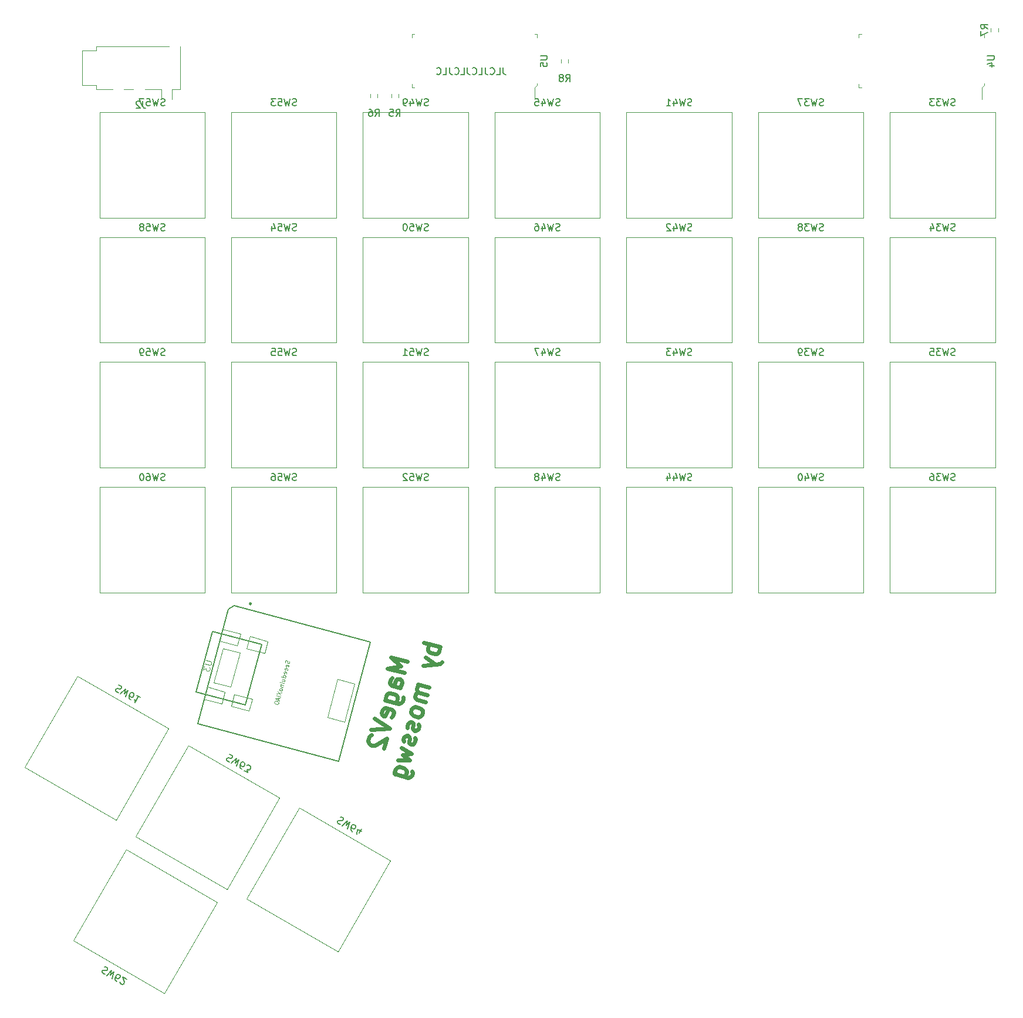
<source format=gbr>
%TF.GenerationSoftware,KiCad,Pcbnew,(6.0.11)*%
%TF.CreationDate,2023-05-24T14:48:24-07:00*%
%TF.ProjectId,keeb,6b656562-2e6b-4696-9361-645f70636258,rev?*%
%TF.SameCoordinates,Original*%
%TF.FileFunction,Legend,Bot*%
%TF.FilePolarity,Positive*%
%FSLAX46Y46*%
G04 Gerber Fmt 4.6, Leading zero omitted, Abs format (unit mm)*
G04 Created by KiCad (PCBNEW (6.0.11)) date 2023-05-24 14:48:24*
%MOMM*%
%LPD*%
G01*
G04 APERTURE LIST*
%ADD10C,0.600000*%
%ADD11C,0.150000*%
%ADD12C,0.101600*%
%ADD13C,0.076200*%
%ADD14C,0.120000*%
%ADD15C,0.100000*%
%ADD16C,0.127000*%
%ADD17C,0.066040*%
%ADD18C,0.254000*%
G04 APERTURE END LIST*
D10*
X125812326Y-126562315D02*
X123397512Y-125915268D01*
X124906697Y-127182383D01*
X122966147Y-127525144D01*
X125380961Y-128172192D01*
X124795537Y-130357024D02*
X123530634Y-130018094D01*
X123331464Y-129841479D01*
X123278096Y-129580685D01*
X123401343Y-129120721D01*
X123577958Y-128921550D01*
X124680546Y-130326212D02*
X124857161Y-130127042D01*
X125011220Y-129552086D01*
X124957852Y-129291292D01*
X124758682Y-129114677D01*
X124528699Y-129053053D01*
X124267905Y-129106421D01*
X124091290Y-129305591D01*
X123937231Y-129880547D01*
X123760617Y-130079718D01*
X122600237Y-132110491D02*
X124555087Y-132634292D01*
X124815881Y-132580924D01*
X124961684Y-132496745D01*
X125138299Y-132297574D01*
X125230734Y-131952601D01*
X125177366Y-131691806D01*
X124095122Y-132511044D02*
X124271737Y-132311874D01*
X124394984Y-131851909D01*
X124341616Y-131591115D01*
X124257437Y-131445312D01*
X124058266Y-131268697D01*
X123368319Y-131083827D01*
X123107525Y-131137194D01*
X122961722Y-131221374D01*
X122785108Y-131420544D01*
X122661860Y-131880509D01*
X122715228Y-132141303D01*
X123540510Y-134580885D02*
X123717125Y-134381715D01*
X123840372Y-133921750D01*
X123787004Y-133660956D01*
X123587834Y-133484341D01*
X122667904Y-133237847D01*
X122407110Y-133291215D01*
X122230495Y-133490385D01*
X122107248Y-133950350D01*
X122160616Y-134211144D01*
X122359786Y-134387759D01*
X122589769Y-134449382D01*
X123127869Y-133361094D01*
X121025004Y-134769588D02*
X123224136Y-136221574D01*
X120593639Y-136379464D01*
X120638750Y-137131035D02*
X120492947Y-137215214D01*
X120316333Y-137414385D01*
X120162274Y-137989341D01*
X120215641Y-138250135D01*
X120299821Y-138395938D01*
X120498991Y-138572552D01*
X120728974Y-138634176D01*
X121104759Y-138611620D01*
X122854394Y-137601468D01*
X122453841Y-139096353D01*
X130547502Y-124441805D02*
X128132687Y-123794758D01*
X129052616Y-124041252D02*
X128876002Y-124240422D01*
X128752754Y-124700387D01*
X128806122Y-124961181D01*
X128890301Y-125106984D01*
X129089472Y-125283599D01*
X129779419Y-125468470D01*
X130040213Y-125415102D01*
X130186016Y-125330923D01*
X130362631Y-125131752D01*
X130485878Y-124671788D01*
X130432510Y-124410993D01*
X128413825Y-125965290D02*
X129869642Y-126971611D01*
X128105707Y-127115202D02*
X129869642Y-126971611D01*
X130506222Y-126895688D01*
X130652025Y-126811508D01*
X130828639Y-126612338D01*
X128976100Y-130306355D02*
X127366224Y-129874990D01*
X127596206Y-129936613D02*
X127450403Y-130020793D01*
X127273788Y-130219963D01*
X127181353Y-130564937D01*
X127234721Y-130825731D01*
X127433891Y-131002346D01*
X128698794Y-131341275D01*
X127433891Y-131002346D02*
X127173097Y-131055713D01*
X126996482Y-131254884D01*
X126904047Y-131599857D01*
X126957415Y-131860651D01*
X127156585Y-132037266D01*
X128421488Y-132376196D01*
X128020935Y-133871081D02*
X127967567Y-133610287D01*
X127883388Y-133464484D01*
X127684217Y-133287869D01*
X126994270Y-133102999D01*
X126733476Y-133156366D01*
X126587673Y-133240545D01*
X126411058Y-133439716D01*
X126318623Y-133784690D01*
X126371991Y-134045484D01*
X126456170Y-134191287D01*
X126655340Y-134367901D01*
X127345288Y-134552772D01*
X127606082Y-134499405D01*
X127751885Y-134415225D01*
X127928499Y-134216055D01*
X128020935Y-133871081D01*
X127443767Y-135565137D02*
X127497134Y-135825931D01*
X127373887Y-136285896D01*
X127197272Y-136485066D01*
X126936478Y-136538434D01*
X126821487Y-136507622D01*
X126622317Y-136331007D01*
X126568949Y-136070213D01*
X126661384Y-135725240D01*
X126608017Y-135464445D01*
X126408846Y-135287831D01*
X126293855Y-135257019D01*
X126033061Y-135310387D01*
X125856446Y-135509557D01*
X125764011Y-135854531D01*
X125817378Y-136115325D01*
X126919966Y-137519987D02*
X126973334Y-137780781D01*
X126850087Y-138240746D01*
X126673472Y-138439916D01*
X126412678Y-138493284D01*
X126297687Y-138462472D01*
X126098516Y-138285857D01*
X126045148Y-138025063D01*
X126137584Y-137680090D01*
X126084216Y-137419295D01*
X125885046Y-137242681D01*
X125770055Y-137211869D01*
X125509260Y-137265236D01*
X125332646Y-137464407D01*
X125240210Y-137809380D01*
X125293578Y-138070175D01*
X124932092Y-138959292D02*
X126418722Y-139850622D01*
X125145563Y-140002469D01*
X126172227Y-140770551D01*
X124439104Y-140799151D01*
X123915303Y-142754001D02*
X125870153Y-143277801D01*
X126130947Y-143224434D01*
X126276750Y-143140254D01*
X126453365Y-142941084D01*
X126545800Y-142596110D01*
X126492433Y-142335316D01*
X125410188Y-143154554D02*
X125586803Y-142955384D01*
X125710050Y-142495419D01*
X125656683Y-142234625D01*
X125572503Y-142088822D01*
X125373333Y-141912207D01*
X124683386Y-141727336D01*
X124422592Y-141780704D01*
X124276789Y-141864883D01*
X124100174Y-142064054D01*
X123976927Y-142524018D01*
X124030294Y-142784813D01*
D11*
X139619047Y-40952380D02*
X139619047Y-41666666D01*
X139666666Y-41809523D01*
X139761904Y-41904761D01*
X139904761Y-41952380D01*
X140000000Y-41952380D01*
X138666666Y-41952380D02*
X139142857Y-41952380D01*
X139142857Y-40952380D01*
X137761904Y-41857142D02*
X137809523Y-41904761D01*
X137952380Y-41952380D01*
X138047619Y-41952380D01*
X138190476Y-41904761D01*
X138285714Y-41809523D01*
X138333333Y-41714285D01*
X138380952Y-41523809D01*
X138380952Y-41380952D01*
X138333333Y-41190476D01*
X138285714Y-41095238D01*
X138190476Y-41000000D01*
X138047619Y-40952380D01*
X137952380Y-40952380D01*
X137809523Y-41000000D01*
X137761904Y-41047619D01*
X137047619Y-40952380D02*
X137047619Y-41666666D01*
X137095238Y-41809523D01*
X137190476Y-41904761D01*
X137333333Y-41952380D01*
X137428571Y-41952380D01*
X136095238Y-41952380D02*
X136571428Y-41952380D01*
X136571428Y-40952380D01*
X135190476Y-41857142D02*
X135238095Y-41904761D01*
X135380952Y-41952380D01*
X135476190Y-41952380D01*
X135619047Y-41904761D01*
X135714285Y-41809523D01*
X135761904Y-41714285D01*
X135809523Y-41523809D01*
X135809523Y-41380952D01*
X135761904Y-41190476D01*
X135714285Y-41095238D01*
X135619047Y-41000000D01*
X135476190Y-40952380D01*
X135380952Y-40952380D01*
X135238095Y-41000000D01*
X135190476Y-41047619D01*
X134476190Y-40952380D02*
X134476190Y-41666666D01*
X134523809Y-41809523D01*
X134619047Y-41904761D01*
X134761904Y-41952380D01*
X134857142Y-41952380D01*
X133523809Y-41952380D02*
X134000000Y-41952380D01*
X134000000Y-40952380D01*
X132619047Y-41857142D02*
X132666666Y-41904761D01*
X132809523Y-41952380D01*
X132904761Y-41952380D01*
X133047619Y-41904761D01*
X133142857Y-41809523D01*
X133190476Y-41714285D01*
X133238095Y-41523809D01*
X133238095Y-41380952D01*
X133190476Y-41190476D01*
X133142857Y-41095238D01*
X133047619Y-41000000D01*
X132904761Y-40952380D01*
X132809523Y-40952380D01*
X132666666Y-41000000D01*
X132619047Y-41047619D01*
X131904761Y-40952380D02*
X131904761Y-41666666D01*
X131952380Y-41809523D01*
X132047619Y-41904761D01*
X132190476Y-41952380D01*
X132285714Y-41952380D01*
X130952380Y-41952380D02*
X131428571Y-41952380D01*
X131428571Y-40952380D01*
X130047619Y-41857142D02*
X130095238Y-41904761D01*
X130238095Y-41952380D01*
X130333333Y-41952380D01*
X130476190Y-41904761D01*
X130571428Y-41809523D01*
X130619047Y-41714285D01*
X130666666Y-41523809D01*
X130666666Y-41380952D01*
X130619047Y-41190476D01*
X130571428Y-41095238D01*
X130476190Y-41000000D01*
X130333333Y-40952380D01*
X130238095Y-40952380D01*
X130095238Y-41000000D01*
X130047619Y-41047619D01*
%TO.C,SW38*%
X185809523Y-64404761D02*
X185666666Y-64452380D01*
X185428571Y-64452380D01*
X185333333Y-64404761D01*
X185285714Y-64357142D01*
X185238095Y-64261904D01*
X185238095Y-64166666D01*
X185285714Y-64071428D01*
X185333333Y-64023809D01*
X185428571Y-63976190D01*
X185619047Y-63928571D01*
X185714285Y-63880952D01*
X185761904Y-63833333D01*
X185809523Y-63738095D01*
X185809523Y-63642857D01*
X185761904Y-63547619D01*
X185714285Y-63500000D01*
X185619047Y-63452380D01*
X185380952Y-63452380D01*
X185238095Y-63500000D01*
X184904761Y-63452380D02*
X184666666Y-64452380D01*
X184476190Y-63738095D01*
X184285714Y-64452380D01*
X184047619Y-63452380D01*
X183761904Y-63452380D02*
X183142857Y-63452380D01*
X183476190Y-63833333D01*
X183333333Y-63833333D01*
X183238095Y-63880952D01*
X183190476Y-63928571D01*
X183142857Y-64023809D01*
X183142857Y-64261904D01*
X183190476Y-64357142D01*
X183238095Y-64404761D01*
X183333333Y-64452380D01*
X183619047Y-64452380D01*
X183714285Y-64404761D01*
X183761904Y-64357142D01*
X182571428Y-63880952D02*
X182666666Y-63833333D01*
X182714285Y-63785714D01*
X182761904Y-63690476D01*
X182761904Y-63642857D01*
X182714285Y-63547619D01*
X182666666Y-63500000D01*
X182571428Y-63452380D01*
X182380952Y-63452380D01*
X182285714Y-63500000D01*
X182238095Y-63547619D01*
X182190476Y-63642857D01*
X182190476Y-63690476D01*
X182238095Y-63785714D01*
X182285714Y-63833333D01*
X182380952Y-63880952D01*
X182571428Y-63880952D01*
X182666666Y-63928571D01*
X182714285Y-63976190D01*
X182761904Y-64071428D01*
X182761904Y-64261904D01*
X182714285Y-64357142D01*
X182666666Y-64404761D01*
X182571428Y-64452380D01*
X182380952Y-64452380D01*
X182285714Y-64404761D01*
X182238095Y-64357142D01*
X182190476Y-64261904D01*
X182190476Y-64071428D01*
X182238095Y-63976190D01*
X182285714Y-63928571D01*
X182380952Y-63880952D01*
%TO.C,SW57*%
X90809523Y-46404761D02*
X90666666Y-46452380D01*
X90428571Y-46452380D01*
X90333333Y-46404761D01*
X90285714Y-46357142D01*
X90238095Y-46261904D01*
X90238095Y-46166666D01*
X90285714Y-46071428D01*
X90333333Y-46023809D01*
X90428571Y-45976190D01*
X90619047Y-45928571D01*
X90714285Y-45880952D01*
X90761904Y-45833333D01*
X90809523Y-45738095D01*
X90809523Y-45642857D01*
X90761904Y-45547619D01*
X90714285Y-45500000D01*
X90619047Y-45452380D01*
X90380952Y-45452380D01*
X90238095Y-45500000D01*
X89904761Y-45452380D02*
X89666666Y-46452380D01*
X89476190Y-45738095D01*
X89285714Y-46452380D01*
X89047619Y-45452380D01*
X88190476Y-45452380D02*
X88666666Y-45452380D01*
X88714285Y-45928571D01*
X88666666Y-45880952D01*
X88571428Y-45833333D01*
X88333333Y-45833333D01*
X88238095Y-45880952D01*
X88190476Y-45928571D01*
X88142857Y-46023809D01*
X88142857Y-46261904D01*
X88190476Y-46357142D01*
X88238095Y-46404761D01*
X88333333Y-46452380D01*
X88571428Y-46452380D01*
X88666666Y-46404761D01*
X88714285Y-46357142D01*
X87809523Y-45452380D02*
X87142857Y-45452380D01*
X87571428Y-46452380D01*
%TO.C,U4*%
X209492380Y-39238095D02*
X210301904Y-39238095D01*
X210397142Y-39285714D01*
X210444761Y-39333333D01*
X210492380Y-39428571D01*
X210492380Y-39619047D01*
X210444761Y-39714285D01*
X210397142Y-39761904D01*
X210301904Y-39809523D01*
X209492380Y-39809523D01*
X209825714Y-40714285D02*
X210492380Y-40714285D01*
X209444761Y-40476190D02*
X210159047Y-40238095D01*
X210159047Y-40857142D01*
%TO.C,SW47*%
X147809523Y-82404761D02*
X147666666Y-82452380D01*
X147428571Y-82452380D01*
X147333333Y-82404761D01*
X147285714Y-82357142D01*
X147238095Y-82261904D01*
X147238095Y-82166666D01*
X147285714Y-82071428D01*
X147333333Y-82023809D01*
X147428571Y-81976190D01*
X147619047Y-81928571D01*
X147714285Y-81880952D01*
X147761904Y-81833333D01*
X147809523Y-81738095D01*
X147809523Y-81642857D01*
X147761904Y-81547619D01*
X147714285Y-81500000D01*
X147619047Y-81452380D01*
X147380952Y-81452380D01*
X147238095Y-81500000D01*
X146904761Y-81452380D02*
X146666666Y-82452380D01*
X146476190Y-81738095D01*
X146285714Y-82452380D01*
X146047619Y-81452380D01*
X145238095Y-81785714D02*
X145238095Y-82452380D01*
X145476190Y-81404761D02*
X145714285Y-82119047D01*
X145095238Y-82119047D01*
X144809523Y-81452380D02*
X144142857Y-81452380D01*
X144571428Y-82452380D01*
%TO.C,R5*%
X124166666Y-47952380D02*
X124500000Y-47476190D01*
X124738095Y-47952380D02*
X124738095Y-46952380D01*
X124357142Y-46952380D01*
X124261904Y-47000000D01*
X124214285Y-47047619D01*
X124166666Y-47142857D01*
X124166666Y-47285714D01*
X124214285Y-47380952D01*
X124261904Y-47428571D01*
X124357142Y-47476190D01*
X124738095Y-47476190D01*
X123261904Y-46952380D02*
X123738095Y-46952380D01*
X123785714Y-47428571D01*
X123738095Y-47380952D01*
X123642857Y-47333333D01*
X123404761Y-47333333D01*
X123309523Y-47380952D01*
X123261904Y-47428571D01*
X123214285Y-47523809D01*
X123214285Y-47761904D01*
X123261904Y-47857142D01*
X123309523Y-47904761D01*
X123404761Y-47952380D01*
X123642857Y-47952380D01*
X123738095Y-47904761D01*
X123785714Y-47857142D01*
%TO.C,SW45*%
X147809523Y-46404761D02*
X147666666Y-46452380D01*
X147428571Y-46452380D01*
X147333333Y-46404761D01*
X147285714Y-46357142D01*
X147238095Y-46261904D01*
X147238095Y-46166666D01*
X147285714Y-46071428D01*
X147333333Y-46023809D01*
X147428571Y-45976190D01*
X147619047Y-45928571D01*
X147714285Y-45880952D01*
X147761904Y-45833333D01*
X147809523Y-45738095D01*
X147809523Y-45642857D01*
X147761904Y-45547619D01*
X147714285Y-45500000D01*
X147619047Y-45452380D01*
X147380952Y-45452380D01*
X147238095Y-45500000D01*
X146904761Y-45452380D02*
X146666666Y-46452380D01*
X146476190Y-45738095D01*
X146285714Y-46452380D01*
X146047619Y-45452380D01*
X145238095Y-45785714D02*
X145238095Y-46452380D01*
X145476190Y-45404761D02*
X145714285Y-46119047D01*
X145095238Y-46119047D01*
X144238095Y-45452380D02*
X144714285Y-45452380D01*
X144761904Y-45928571D01*
X144714285Y-45880952D01*
X144619047Y-45833333D01*
X144380952Y-45833333D01*
X144285714Y-45880952D01*
X144238095Y-45928571D01*
X144190476Y-46023809D01*
X144190476Y-46261904D01*
X144238095Y-46357142D01*
X144285714Y-46404761D01*
X144380952Y-46452380D01*
X144619047Y-46452380D01*
X144714285Y-46404761D01*
X144761904Y-46357142D01*
%TO.C,SW37*%
X185809523Y-46404761D02*
X185666666Y-46452380D01*
X185428571Y-46452380D01*
X185333333Y-46404761D01*
X185285714Y-46357142D01*
X185238095Y-46261904D01*
X185238095Y-46166666D01*
X185285714Y-46071428D01*
X185333333Y-46023809D01*
X185428571Y-45976190D01*
X185619047Y-45928571D01*
X185714285Y-45880952D01*
X185761904Y-45833333D01*
X185809523Y-45738095D01*
X185809523Y-45642857D01*
X185761904Y-45547619D01*
X185714285Y-45500000D01*
X185619047Y-45452380D01*
X185380952Y-45452380D01*
X185238095Y-45500000D01*
X184904761Y-45452380D02*
X184666666Y-46452380D01*
X184476190Y-45738095D01*
X184285714Y-46452380D01*
X184047619Y-45452380D01*
X183761904Y-45452380D02*
X183142857Y-45452380D01*
X183476190Y-45833333D01*
X183333333Y-45833333D01*
X183238095Y-45880952D01*
X183190476Y-45928571D01*
X183142857Y-46023809D01*
X183142857Y-46261904D01*
X183190476Y-46357142D01*
X183238095Y-46404761D01*
X183333333Y-46452380D01*
X183619047Y-46452380D01*
X183714285Y-46404761D01*
X183761904Y-46357142D01*
X182809523Y-45452380D02*
X182142857Y-45452380D01*
X182571428Y-46452380D01*
%TO.C,SW33*%
X204809523Y-46404761D02*
X204666666Y-46452380D01*
X204428571Y-46452380D01*
X204333333Y-46404761D01*
X204285714Y-46357142D01*
X204238095Y-46261904D01*
X204238095Y-46166666D01*
X204285714Y-46071428D01*
X204333333Y-46023809D01*
X204428571Y-45976190D01*
X204619047Y-45928571D01*
X204714285Y-45880952D01*
X204761904Y-45833333D01*
X204809523Y-45738095D01*
X204809523Y-45642857D01*
X204761904Y-45547619D01*
X204714285Y-45500000D01*
X204619047Y-45452380D01*
X204380952Y-45452380D01*
X204238095Y-45500000D01*
X203904761Y-45452380D02*
X203666666Y-46452380D01*
X203476190Y-45738095D01*
X203285714Y-46452380D01*
X203047619Y-45452380D01*
X202761904Y-45452380D02*
X202142857Y-45452380D01*
X202476190Y-45833333D01*
X202333333Y-45833333D01*
X202238095Y-45880952D01*
X202190476Y-45928571D01*
X202142857Y-46023809D01*
X202142857Y-46261904D01*
X202190476Y-46357142D01*
X202238095Y-46404761D01*
X202333333Y-46452380D01*
X202619047Y-46452380D01*
X202714285Y-46404761D01*
X202761904Y-46357142D01*
X201809523Y-45452380D02*
X201190476Y-45452380D01*
X201523809Y-45833333D01*
X201380952Y-45833333D01*
X201285714Y-45880952D01*
X201238095Y-45928571D01*
X201190476Y-46023809D01*
X201190476Y-46261904D01*
X201238095Y-46357142D01*
X201285714Y-46404761D01*
X201380952Y-46452380D01*
X201666666Y-46452380D01*
X201761904Y-46404761D01*
X201809523Y-46357142D01*
%TO.C,U5*%
X144992380Y-39238095D02*
X145801904Y-39238095D01*
X145897142Y-39285714D01*
X145944761Y-39333333D01*
X145992380Y-39428571D01*
X145992380Y-39619047D01*
X145944761Y-39714285D01*
X145897142Y-39761904D01*
X145801904Y-39809523D01*
X144992380Y-39809523D01*
X144992380Y-40761904D02*
X144992380Y-40285714D01*
X145468571Y-40238095D01*
X145420952Y-40285714D01*
X145373333Y-40380952D01*
X145373333Y-40619047D01*
X145420952Y-40714285D01*
X145468571Y-40761904D01*
X145563809Y-40809523D01*
X145801904Y-40809523D01*
X145897142Y-40761904D01*
X145944761Y-40714285D01*
X145992380Y-40619047D01*
X145992380Y-40380952D01*
X145944761Y-40285714D01*
X145897142Y-40238095D01*
%TO.C,SW42*%
X166809523Y-64404761D02*
X166666666Y-64452380D01*
X166428571Y-64452380D01*
X166333333Y-64404761D01*
X166285714Y-64357142D01*
X166238095Y-64261904D01*
X166238095Y-64166666D01*
X166285714Y-64071428D01*
X166333333Y-64023809D01*
X166428571Y-63976190D01*
X166619047Y-63928571D01*
X166714285Y-63880952D01*
X166761904Y-63833333D01*
X166809523Y-63738095D01*
X166809523Y-63642857D01*
X166761904Y-63547619D01*
X166714285Y-63500000D01*
X166619047Y-63452380D01*
X166380952Y-63452380D01*
X166238095Y-63500000D01*
X165904761Y-63452380D02*
X165666666Y-64452380D01*
X165476190Y-63738095D01*
X165285714Y-64452380D01*
X165047619Y-63452380D01*
X164238095Y-63785714D02*
X164238095Y-64452380D01*
X164476190Y-63404761D02*
X164714285Y-64119047D01*
X164095238Y-64119047D01*
X163761904Y-63547619D02*
X163714285Y-63500000D01*
X163619047Y-63452380D01*
X163380952Y-63452380D01*
X163285714Y-63500000D01*
X163238095Y-63547619D01*
X163190476Y-63642857D01*
X163190476Y-63738095D01*
X163238095Y-63880952D01*
X163809523Y-64452380D01*
X163190476Y-64452380D01*
%TO.C,SW35*%
X204809523Y-82404761D02*
X204666666Y-82452380D01*
X204428571Y-82452380D01*
X204333333Y-82404761D01*
X204285714Y-82357142D01*
X204238095Y-82261904D01*
X204238095Y-82166666D01*
X204285714Y-82071428D01*
X204333333Y-82023809D01*
X204428571Y-81976190D01*
X204619047Y-81928571D01*
X204714285Y-81880952D01*
X204761904Y-81833333D01*
X204809523Y-81738095D01*
X204809523Y-81642857D01*
X204761904Y-81547619D01*
X204714285Y-81500000D01*
X204619047Y-81452380D01*
X204380952Y-81452380D01*
X204238095Y-81500000D01*
X203904761Y-81452380D02*
X203666666Y-82452380D01*
X203476190Y-81738095D01*
X203285714Y-82452380D01*
X203047619Y-81452380D01*
X202761904Y-81452380D02*
X202142857Y-81452380D01*
X202476190Y-81833333D01*
X202333333Y-81833333D01*
X202238095Y-81880952D01*
X202190476Y-81928571D01*
X202142857Y-82023809D01*
X202142857Y-82261904D01*
X202190476Y-82357142D01*
X202238095Y-82404761D01*
X202333333Y-82452380D01*
X202619047Y-82452380D01*
X202714285Y-82404761D01*
X202761904Y-82357142D01*
X201238095Y-81452380D02*
X201714285Y-81452380D01*
X201761904Y-81928571D01*
X201714285Y-81880952D01*
X201619047Y-81833333D01*
X201380952Y-81833333D01*
X201285714Y-81880952D01*
X201238095Y-81928571D01*
X201190476Y-82023809D01*
X201190476Y-82261904D01*
X201238095Y-82357142D01*
X201285714Y-82404761D01*
X201380952Y-82452380D01*
X201619047Y-82452380D01*
X201714285Y-82404761D01*
X201761904Y-82357142D01*
%TO.C,SW34*%
X204809523Y-64404761D02*
X204666666Y-64452380D01*
X204428571Y-64452380D01*
X204333333Y-64404761D01*
X204285714Y-64357142D01*
X204238095Y-64261904D01*
X204238095Y-64166666D01*
X204285714Y-64071428D01*
X204333333Y-64023809D01*
X204428571Y-63976190D01*
X204619047Y-63928571D01*
X204714285Y-63880952D01*
X204761904Y-63833333D01*
X204809523Y-63738095D01*
X204809523Y-63642857D01*
X204761904Y-63547619D01*
X204714285Y-63500000D01*
X204619047Y-63452380D01*
X204380952Y-63452380D01*
X204238095Y-63500000D01*
X203904761Y-63452380D02*
X203666666Y-64452380D01*
X203476190Y-63738095D01*
X203285714Y-64452380D01*
X203047619Y-63452380D01*
X202761904Y-63452380D02*
X202142857Y-63452380D01*
X202476190Y-63833333D01*
X202333333Y-63833333D01*
X202238095Y-63880952D01*
X202190476Y-63928571D01*
X202142857Y-64023809D01*
X202142857Y-64261904D01*
X202190476Y-64357142D01*
X202238095Y-64404761D01*
X202333333Y-64452380D01*
X202619047Y-64452380D01*
X202714285Y-64404761D01*
X202761904Y-64357142D01*
X201285714Y-63785714D02*
X201285714Y-64452380D01*
X201523809Y-63404761D02*
X201761904Y-64119047D01*
X201142857Y-64119047D01*
%TO.C,SW63*%
X100135287Y-139950475D02*
X100282814Y-139980664D01*
X100489011Y-140099711D01*
X100547680Y-140188570D01*
X100565110Y-140253619D01*
X100558730Y-140359907D01*
X100511111Y-140442385D01*
X100422253Y-140501054D01*
X100357204Y-140518484D01*
X100250916Y-140512104D01*
X100062149Y-140458106D01*
X99955861Y-140451726D01*
X99890812Y-140469156D01*
X99801954Y-140527825D01*
X99754334Y-140610303D01*
X99747955Y-140716592D01*
X99765385Y-140781640D01*
X99824054Y-140870499D01*
X100030250Y-140989546D01*
X100177778Y-141019736D01*
X100442643Y-141227642D02*
X101148840Y-140480664D01*
X100956654Y-141194491D01*
X101478754Y-140671140D01*
X101184951Y-141656213D01*
X101886019Y-142060975D02*
X101721062Y-141965737D01*
X101662393Y-141876878D01*
X101644963Y-141811830D01*
X101633913Y-141640493D01*
X101687912Y-141451726D01*
X101878388Y-141121811D01*
X101967246Y-141063142D01*
X102032295Y-141045713D01*
X102138583Y-141052092D01*
X102303540Y-141147330D01*
X102362209Y-141236189D01*
X102379639Y-141301238D01*
X102373259Y-141407526D01*
X102254212Y-141613722D01*
X102165353Y-141672391D01*
X102100305Y-141689821D01*
X101994016Y-141683441D01*
X101829059Y-141588203D01*
X101770390Y-141499345D01*
X101752960Y-141434296D01*
X101759340Y-141328008D01*
X102257173Y-142275261D02*
X102793284Y-142584784D01*
X102695085Y-142088203D01*
X102818803Y-142159632D01*
X102925091Y-142166012D01*
X102990139Y-142148582D01*
X103078998Y-142089913D01*
X103198045Y-141883716D01*
X103204425Y-141777428D01*
X103186995Y-141712379D01*
X103128326Y-141623521D01*
X102880891Y-141480664D01*
X102774602Y-141474284D01*
X102709554Y-141491714D01*
%TO.C,SW49*%
X128809523Y-46404761D02*
X128666666Y-46452380D01*
X128428571Y-46452380D01*
X128333333Y-46404761D01*
X128285714Y-46357142D01*
X128238095Y-46261904D01*
X128238095Y-46166666D01*
X128285714Y-46071428D01*
X128333333Y-46023809D01*
X128428571Y-45976190D01*
X128619047Y-45928571D01*
X128714285Y-45880952D01*
X128761904Y-45833333D01*
X128809523Y-45738095D01*
X128809523Y-45642857D01*
X128761904Y-45547619D01*
X128714285Y-45500000D01*
X128619047Y-45452380D01*
X128380952Y-45452380D01*
X128238095Y-45500000D01*
X127904761Y-45452380D02*
X127666666Y-46452380D01*
X127476190Y-45738095D01*
X127285714Y-46452380D01*
X127047619Y-45452380D01*
X126238095Y-45785714D02*
X126238095Y-46452380D01*
X126476190Y-45404761D02*
X126714285Y-46119047D01*
X126095238Y-46119047D01*
X125666666Y-46452380D02*
X125476190Y-46452380D01*
X125380952Y-46404761D01*
X125333333Y-46357142D01*
X125238095Y-46214285D01*
X125190476Y-46023809D01*
X125190476Y-45642857D01*
X125238095Y-45547619D01*
X125285714Y-45500000D01*
X125380952Y-45452380D01*
X125571428Y-45452380D01*
X125666666Y-45500000D01*
X125714285Y-45547619D01*
X125761904Y-45642857D01*
X125761904Y-45880952D01*
X125714285Y-45976190D01*
X125666666Y-46023809D01*
X125571428Y-46071428D01*
X125380952Y-46071428D01*
X125285714Y-46023809D01*
X125238095Y-45976190D01*
X125190476Y-45880952D01*
%TO.C,SW55*%
X109809523Y-82404761D02*
X109666666Y-82452380D01*
X109428571Y-82452380D01*
X109333333Y-82404761D01*
X109285714Y-82357142D01*
X109238095Y-82261904D01*
X109238095Y-82166666D01*
X109285714Y-82071428D01*
X109333333Y-82023809D01*
X109428571Y-81976190D01*
X109619047Y-81928571D01*
X109714285Y-81880952D01*
X109761904Y-81833333D01*
X109809523Y-81738095D01*
X109809523Y-81642857D01*
X109761904Y-81547619D01*
X109714285Y-81500000D01*
X109619047Y-81452380D01*
X109380952Y-81452380D01*
X109238095Y-81500000D01*
X108904761Y-81452380D02*
X108666666Y-82452380D01*
X108476190Y-81738095D01*
X108285714Y-82452380D01*
X108047619Y-81452380D01*
X107190476Y-81452380D02*
X107666666Y-81452380D01*
X107714285Y-81928571D01*
X107666666Y-81880952D01*
X107571428Y-81833333D01*
X107333333Y-81833333D01*
X107238095Y-81880952D01*
X107190476Y-81928571D01*
X107142857Y-82023809D01*
X107142857Y-82261904D01*
X107190476Y-82357142D01*
X107238095Y-82404761D01*
X107333333Y-82452380D01*
X107571428Y-82452380D01*
X107666666Y-82404761D01*
X107714285Y-82357142D01*
X106238095Y-81452380D02*
X106714285Y-81452380D01*
X106761904Y-81928571D01*
X106714285Y-81880952D01*
X106619047Y-81833333D01*
X106380952Y-81833333D01*
X106285714Y-81880952D01*
X106238095Y-81928571D01*
X106190476Y-82023809D01*
X106190476Y-82261904D01*
X106238095Y-82357142D01*
X106285714Y-82404761D01*
X106380952Y-82452380D01*
X106619047Y-82452380D01*
X106714285Y-82404761D01*
X106761904Y-82357142D01*
%TO.C,SW53*%
X109809523Y-46404761D02*
X109666666Y-46452380D01*
X109428571Y-46452380D01*
X109333333Y-46404761D01*
X109285714Y-46357142D01*
X109238095Y-46261904D01*
X109238095Y-46166666D01*
X109285714Y-46071428D01*
X109333333Y-46023809D01*
X109428571Y-45976190D01*
X109619047Y-45928571D01*
X109714285Y-45880952D01*
X109761904Y-45833333D01*
X109809523Y-45738095D01*
X109809523Y-45642857D01*
X109761904Y-45547619D01*
X109714285Y-45500000D01*
X109619047Y-45452380D01*
X109380952Y-45452380D01*
X109238095Y-45500000D01*
X108904761Y-45452380D02*
X108666666Y-46452380D01*
X108476190Y-45738095D01*
X108285714Y-46452380D01*
X108047619Y-45452380D01*
X107190476Y-45452380D02*
X107666666Y-45452380D01*
X107714285Y-45928571D01*
X107666666Y-45880952D01*
X107571428Y-45833333D01*
X107333333Y-45833333D01*
X107238095Y-45880952D01*
X107190476Y-45928571D01*
X107142857Y-46023809D01*
X107142857Y-46261904D01*
X107190476Y-46357142D01*
X107238095Y-46404761D01*
X107333333Y-46452380D01*
X107571428Y-46452380D01*
X107666666Y-46404761D01*
X107714285Y-46357142D01*
X106809523Y-45452380D02*
X106190476Y-45452380D01*
X106523809Y-45833333D01*
X106380952Y-45833333D01*
X106285714Y-45880952D01*
X106238095Y-45928571D01*
X106190476Y-46023809D01*
X106190476Y-46261904D01*
X106238095Y-46357142D01*
X106285714Y-46404761D01*
X106380952Y-46452380D01*
X106666666Y-46452380D01*
X106761904Y-46404761D01*
X106809523Y-46357142D01*
%TO.C,SW40*%
X185809523Y-100404761D02*
X185666666Y-100452380D01*
X185428571Y-100452380D01*
X185333333Y-100404761D01*
X185285714Y-100357142D01*
X185238095Y-100261904D01*
X185238095Y-100166666D01*
X185285714Y-100071428D01*
X185333333Y-100023809D01*
X185428571Y-99976190D01*
X185619047Y-99928571D01*
X185714285Y-99880952D01*
X185761904Y-99833333D01*
X185809523Y-99738095D01*
X185809523Y-99642857D01*
X185761904Y-99547619D01*
X185714285Y-99500000D01*
X185619047Y-99452380D01*
X185380952Y-99452380D01*
X185238095Y-99500000D01*
X184904761Y-99452380D02*
X184666666Y-100452380D01*
X184476190Y-99738095D01*
X184285714Y-100452380D01*
X184047619Y-99452380D01*
X183238095Y-99785714D02*
X183238095Y-100452380D01*
X183476190Y-99404761D02*
X183714285Y-100119047D01*
X183095238Y-100119047D01*
X182523809Y-99452380D02*
X182428571Y-99452380D01*
X182333333Y-99500000D01*
X182285714Y-99547619D01*
X182238095Y-99642857D01*
X182190476Y-99833333D01*
X182190476Y-100071428D01*
X182238095Y-100261904D01*
X182285714Y-100357142D01*
X182333333Y-100404761D01*
X182428571Y-100452380D01*
X182523809Y-100452380D01*
X182619047Y-100404761D01*
X182666666Y-100357142D01*
X182714285Y-100261904D01*
X182761904Y-100071428D01*
X182761904Y-99833333D01*
X182714285Y-99642857D01*
X182666666Y-99547619D01*
X182619047Y-99500000D01*
X182523809Y-99452380D01*
%TO.C,SW43*%
X166809523Y-82404761D02*
X166666666Y-82452380D01*
X166428571Y-82452380D01*
X166333333Y-82404761D01*
X166285714Y-82357142D01*
X166238095Y-82261904D01*
X166238095Y-82166666D01*
X166285714Y-82071428D01*
X166333333Y-82023809D01*
X166428571Y-81976190D01*
X166619047Y-81928571D01*
X166714285Y-81880952D01*
X166761904Y-81833333D01*
X166809523Y-81738095D01*
X166809523Y-81642857D01*
X166761904Y-81547619D01*
X166714285Y-81500000D01*
X166619047Y-81452380D01*
X166380952Y-81452380D01*
X166238095Y-81500000D01*
X165904761Y-81452380D02*
X165666666Y-82452380D01*
X165476190Y-81738095D01*
X165285714Y-82452380D01*
X165047619Y-81452380D01*
X164238095Y-81785714D02*
X164238095Y-82452380D01*
X164476190Y-81404761D02*
X164714285Y-82119047D01*
X164095238Y-82119047D01*
X163809523Y-81452380D02*
X163190476Y-81452380D01*
X163523809Y-81833333D01*
X163380952Y-81833333D01*
X163285714Y-81880952D01*
X163238095Y-81928571D01*
X163190476Y-82023809D01*
X163190476Y-82261904D01*
X163238095Y-82357142D01*
X163285714Y-82404761D01*
X163380952Y-82452380D01*
X163666666Y-82452380D01*
X163761904Y-82404761D01*
X163809523Y-82357142D01*
%TO.C,SW56*%
X109809523Y-100404761D02*
X109666666Y-100452380D01*
X109428571Y-100452380D01*
X109333333Y-100404761D01*
X109285714Y-100357142D01*
X109238095Y-100261904D01*
X109238095Y-100166666D01*
X109285714Y-100071428D01*
X109333333Y-100023809D01*
X109428571Y-99976190D01*
X109619047Y-99928571D01*
X109714285Y-99880952D01*
X109761904Y-99833333D01*
X109809523Y-99738095D01*
X109809523Y-99642857D01*
X109761904Y-99547619D01*
X109714285Y-99500000D01*
X109619047Y-99452380D01*
X109380952Y-99452380D01*
X109238095Y-99500000D01*
X108904761Y-99452380D02*
X108666666Y-100452380D01*
X108476190Y-99738095D01*
X108285714Y-100452380D01*
X108047619Y-99452380D01*
X107190476Y-99452380D02*
X107666666Y-99452380D01*
X107714285Y-99928571D01*
X107666666Y-99880952D01*
X107571428Y-99833333D01*
X107333333Y-99833333D01*
X107238095Y-99880952D01*
X107190476Y-99928571D01*
X107142857Y-100023809D01*
X107142857Y-100261904D01*
X107190476Y-100357142D01*
X107238095Y-100404761D01*
X107333333Y-100452380D01*
X107571428Y-100452380D01*
X107666666Y-100404761D01*
X107714285Y-100357142D01*
X106285714Y-99452380D02*
X106476190Y-99452380D01*
X106571428Y-99500000D01*
X106619047Y-99547619D01*
X106714285Y-99690476D01*
X106761904Y-99880952D01*
X106761904Y-100261904D01*
X106714285Y-100357142D01*
X106666666Y-100404761D01*
X106571428Y-100452380D01*
X106380952Y-100452380D01*
X106285714Y-100404761D01*
X106238095Y-100357142D01*
X106190476Y-100261904D01*
X106190476Y-100023809D01*
X106238095Y-99928571D01*
X106285714Y-99880952D01*
X106380952Y-99833333D01*
X106571428Y-99833333D01*
X106666666Y-99880952D01*
X106714285Y-99928571D01*
X106761904Y-100023809D01*
%TO.C,SW46*%
X147809523Y-64404761D02*
X147666666Y-64452380D01*
X147428571Y-64452380D01*
X147333333Y-64404761D01*
X147285714Y-64357142D01*
X147238095Y-64261904D01*
X147238095Y-64166666D01*
X147285714Y-64071428D01*
X147333333Y-64023809D01*
X147428571Y-63976190D01*
X147619047Y-63928571D01*
X147714285Y-63880952D01*
X147761904Y-63833333D01*
X147809523Y-63738095D01*
X147809523Y-63642857D01*
X147761904Y-63547619D01*
X147714285Y-63500000D01*
X147619047Y-63452380D01*
X147380952Y-63452380D01*
X147238095Y-63500000D01*
X146904761Y-63452380D02*
X146666666Y-64452380D01*
X146476190Y-63738095D01*
X146285714Y-64452380D01*
X146047619Y-63452380D01*
X145238095Y-63785714D02*
X145238095Y-64452380D01*
X145476190Y-63404761D02*
X145714285Y-64119047D01*
X145095238Y-64119047D01*
X144285714Y-63452380D02*
X144476190Y-63452380D01*
X144571428Y-63500000D01*
X144619047Y-63547619D01*
X144714285Y-63690476D01*
X144761904Y-63880952D01*
X144761904Y-64261904D01*
X144714285Y-64357142D01*
X144666666Y-64404761D01*
X144571428Y-64452380D01*
X144380952Y-64452380D01*
X144285714Y-64404761D01*
X144238095Y-64357142D01*
X144190476Y-64261904D01*
X144190476Y-64023809D01*
X144238095Y-63928571D01*
X144285714Y-63880952D01*
X144380952Y-63833333D01*
X144571428Y-63833333D01*
X144666666Y-63880952D01*
X144714285Y-63928571D01*
X144761904Y-64023809D01*
%TO.C,SW51*%
X128809523Y-82404761D02*
X128666666Y-82452380D01*
X128428571Y-82452380D01*
X128333333Y-82404761D01*
X128285714Y-82357142D01*
X128238095Y-82261904D01*
X128238095Y-82166666D01*
X128285714Y-82071428D01*
X128333333Y-82023809D01*
X128428571Y-81976190D01*
X128619047Y-81928571D01*
X128714285Y-81880952D01*
X128761904Y-81833333D01*
X128809523Y-81738095D01*
X128809523Y-81642857D01*
X128761904Y-81547619D01*
X128714285Y-81500000D01*
X128619047Y-81452380D01*
X128380952Y-81452380D01*
X128238095Y-81500000D01*
X127904761Y-81452380D02*
X127666666Y-82452380D01*
X127476190Y-81738095D01*
X127285714Y-82452380D01*
X127047619Y-81452380D01*
X126190476Y-81452380D02*
X126666666Y-81452380D01*
X126714285Y-81928571D01*
X126666666Y-81880952D01*
X126571428Y-81833333D01*
X126333333Y-81833333D01*
X126238095Y-81880952D01*
X126190476Y-81928571D01*
X126142857Y-82023809D01*
X126142857Y-82261904D01*
X126190476Y-82357142D01*
X126238095Y-82404761D01*
X126333333Y-82452380D01*
X126571428Y-82452380D01*
X126666666Y-82404761D01*
X126714285Y-82357142D01*
X125190476Y-82452380D02*
X125761904Y-82452380D01*
X125476190Y-82452380D02*
X125476190Y-81452380D01*
X125571428Y-81595238D01*
X125666666Y-81690476D01*
X125761904Y-81738095D01*
D12*
%TO.C,U3*%
X96720289Y-126378113D02*
X97415434Y-126564376D01*
X97486259Y-126627181D01*
X97516193Y-126679028D01*
X97535171Y-126771767D01*
X97491344Y-126935330D01*
X97428540Y-127006155D01*
X97376692Y-127036089D01*
X97283954Y-127055067D01*
X96588809Y-126868803D01*
X96501156Y-127195930D02*
X96358719Y-127727511D01*
X96762543Y-127528929D01*
X96729673Y-127651601D01*
X96748650Y-127744340D01*
X96778584Y-127796187D01*
X96849409Y-127858991D01*
X97053864Y-127913775D01*
X97146602Y-127894797D01*
X97198450Y-127864863D01*
X97261254Y-127794038D01*
X97326994Y-127548693D01*
X97308016Y-127455955D01*
X97278082Y-127404107D01*
D13*
X108813745Y-126523755D02*
X108819245Y-126615386D01*
X108781679Y-126755583D01*
X108738614Y-126804149D01*
X108703061Y-126824675D01*
X108639469Y-126837689D01*
X108583390Y-126822662D01*
X108534824Y-126779597D01*
X108514298Y-126744044D01*
X108501285Y-126680452D01*
X108503298Y-126560781D01*
X108490285Y-126497189D01*
X108469759Y-126461636D01*
X108421193Y-126418571D01*
X108365114Y-126403544D01*
X108301522Y-126416557D01*
X108265969Y-126437084D01*
X108222904Y-126485649D01*
X108185338Y-126625847D01*
X108190838Y-126717478D01*
X108595864Y-127336899D02*
X108638930Y-127288333D01*
X108668982Y-127176175D01*
X108655969Y-127112583D01*
X108607403Y-127069517D01*
X108383088Y-127009412D01*
X108319496Y-127022425D01*
X108276430Y-127070991D01*
X108246377Y-127183149D01*
X108259391Y-127246741D01*
X108307956Y-127289807D01*
X108364035Y-127304833D01*
X108495246Y-127039465D01*
X108460627Y-127841609D02*
X108503693Y-127793043D01*
X108533746Y-127680885D01*
X108520732Y-127617293D01*
X108472167Y-127574227D01*
X108247851Y-127514122D01*
X108184259Y-127527135D01*
X108141193Y-127575701D01*
X108111141Y-127687859D01*
X108124154Y-127751451D01*
X108172720Y-127794517D01*
X108228798Y-127809543D01*
X108360009Y-127544175D01*
X108325391Y-128346319D02*
X108368456Y-128297753D01*
X108398509Y-128185595D01*
X108385496Y-128122003D01*
X108336930Y-128078937D01*
X108112614Y-128018832D01*
X108049022Y-128031845D01*
X108005957Y-128080411D01*
X107975904Y-128192569D01*
X107988917Y-128256161D01*
X108037483Y-128299227D01*
X108093562Y-128314253D01*
X108224772Y-128048885D01*
X108210680Y-128886581D02*
X107621852Y-128728805D01*
X108182641Y-128879068D02*
X108225707Y-128830502D01*
X108255759Y-128718345D01*
X108242746Y-128654753D01*
X108222220Y-128619200D01*
X108173654Y-128576134D01*
X108005417Y-128531055D01*
X107941825Y-128544069D01*
X107906273Y-128564595D01*
X107863207Y-128613161D01*
X107833154Y-128725318D01*
X107846167Y-128788910D01*
X107675378Y-129314147D02*
X108067930Y-129419331D01*
X107742996Y-129061792D02*
X108051430Y-129144436D01*
X108099996Y-129187502D01*
X108113009Y-129251094D01*
X108090470Y-129335212D01*
X108047404Y-129383778D01*
X108011852Y-129404305D01*
X107992799Y-129699725D02*
X107600247Y-129594541D01*
X107403971Y-129541949D02*
X107439523Y-129521423D01*
X107460049Y-129556975D01*
X107424497Y-129577502D01*
X107403971Y-129541949D01*
X107460049Y-129556975D01*
X107525115Y-129874936D02*
X107917667Y-129980120D01*
X107581194Y-129889962D02*
X107545642Y-129910488D01*
X107502576Y-129959054D01*
X107480036Y-130043172D01*
X107493049Y-130106764D01*
X107541615Y-130149830D01*
X107850049Y-130232475D01*
X107752378Y-130596988D02*
X107739365Y-130533396D01*
X107718839Y-130497843D01*
X107670273Y-130454777D01*
X107502036Y-130409698D01*
X107438444Y-130422711D01*
X107402892Y-130443238D01*
X107359826Y-130491804D01*
X107337287Y-130575922D01*
X107350300Y-130639514D01*
X107370826Y-130675067D01*
X107419392Y-130718132D01*
X107587628Y-130763211D01*
X107651220Y-130750198D01*
X107686773Y-130729672D01*
X107729839Y-130681106D01*
X107752378Y-130596988D01*
X107058366Y-130831764D02*
X107542010Y-131382092D01*
X106953182Y-131224316D02*
X107647194Y-130989540D01*
X107481905Y-131606408D02*
X106893077Y-131448632D01*
X107246050Y-131813684D02*
X107170918Y-132094078D01*
X107429313Y-131802684D02*
X106787893Y-131841184D01*
X107324129Y-132195236D01*
X106652656Y-132345894D02*
X106622603Y-132458052D01*
X106635616Y-132521644D01*
X106676669Y-132592749D01*
X106781314Y-132650841D01*
X106977590Y-132703433D01*
X107097261Y-132705446D01*
X107168366Y-132664394D01*
X107211432Y-132615828D01*
X107241484Y-132503670D01*
X107228471Y-132440078D01*
X107187418Y-132368973D01*
X107082774Y-132310881D01*
X106886498Y-132258289D01*
X106766827Y-132256276D01*
X106695722Y-132297328D01*
X106652656Y-132345894D01*
D11*
%TO.C,R6*%
X121166666Y-47952380D02*
X121500000Y-47476190D01*
X121738095Y-47952380D02*
X121738095Y-46952380D01*
X121357142Y-46952380D01*
X121261904Y-47000000D01*
X121214285Y-47047619D01*
X121166666Y-47142857D01*
X121166666Y-47285714D01*
X121214285Y-47380952D01*
X121261904Y-47428571D01*
X121357142Y-47476190D01*
X121738095Y-47476190D01*
X120309523Y-46952380D02*
X120500000Y-46952380D01*
X120595238Y-47000000D01*
X120642857Y-47047619D01*
X120738095Y-47190476D01*
X120785714Y-47380952D01*
X120785714Y-47761904D01*
X120738095Y-47857142D01*
X120690476Y-47904761D01*
X120595238Y-47952380D01*
X120404761Y-47952380D01*
X120309523Y-47904761D01*
X120261904Y-47857142D01*
X120214285Y-47761904D01*
X120214285Y-47523809D01*
X120261904Y-47428571D01*
X120309523Y-47380952D01*
X120404761Y-47333333D01*
X120595238Y-47333333D01*
X120690476Y-47380952D01*
X120738095Y-47428571D01*
X120785714Y-47523809D01*
%TO.C,SW50*%
X128809523Y-64404761D02*
X128666666Y-64452380D01*
X128428571Y-64452380D01*
X128333333Y-64404761D01*
X128285714Y-64357142D01*
X128238095Y-64261904D01*
X128238095Y-64166666D01*
X128285714Y-64071428D01*
X128333333Y-64023809D01*
X128428571Y-63976190D01*
X128619047Y-63928571D01*
X128714285Y-63880952D01*
X128761904Y-63833333D01*
X128809523Y-63738095D01*
X128809523Y-63642857D01*
X128761904Y-63547619D01*
X128714285Y-63500000D01*
X128619047Y-63452380D01*
X128380952Y-63452380D01*
X128238095Y-63500000D01*
X127904761Y-63452380D02*
X127666666Y-64452380D01*
X127476190Y-63738095D01*
X127285714Y-64452380D01*
X127047619Y-63452380D01*
X126190476Y-63452380D02*
X126666666Y-63452380D01*
X126714285Y-63928571D01*
X126666666Y-63880952D01*
X126571428Y-63833333D01*
X126333333Y-63833333D01*
X126238095Y-63880952D01*
X126190476Y-63928571D01*
X126142857Y-64023809D01*
X126142857Y-64261904D01*
X126190476Y-64357142D01*
X126238095Y-64404761D01*
X126333333Y-64452380D01*
X126571428Y-64452380D01*
X126666666Y-64404761D01*
X126714285Y-64357142D01*
X125523809Y-63452380D02*
X125428571Y-63452380D01*
X125333333Y-63500000D01*
X125285714Y-63547619D01*
X125238095Y-63642857D01*
X125190476Y-63833333D01*
X125190476Y-64071428D01*
X125238095Y-64261904D01*
X125285714Y-64357142D01*
X125333333Y-64404761D01*
X125428571Y-64452380D01*
X125523809Y-64452380D01*
X125619047Y-64404761D01*
X125666666Y-64357142D01*
X125714285Y-64261904D01*
X125761904Y-64071428D01*
X125761904Y-63833333D01*
X125714285Y-63642857D01*
X125666666Y-63547619D01*
X125619047Y-63500000D01*
X125523809Y-63452380D01*
%TO.C,SW62*%
X82135287Y-170538933D02*
X82282814Y-170569122D01*
X82489011Y-170688169D01*
X82547680Y-170777028D01*
X82565110Y-170842077D01*
X82558730Y-170948365D01*
X82511111Y-171030843D01*
X82422253Y-171089512D01*
X82357204Y-171106942D01*
X82250916Y-171100562D01*
X82062149Y-171046564D01*
X81955861Y-171040184D01*
X81890812Y-171057614D01*
X81801954Y-171116283D01*
X81754334Y-171198761D01*
X81747955Y-171305050D01*
X81765385Y-171370098D01*
X81824054Y-171458957D01*
X82030250Y-171578004D01*
X82177778Y-171608194D01*
X82442643Y-171816100D02*
X83148840Y-171069122D01*
X82956654Y-171782949D01*
X83478754Y-171259598D01*
X83184951Y-172244671D01*
X83886019Y-172649433D02*
X83721062Y-172554195D01*
X83662393Y-172465336D01*
X83644963Y-172400288D01*
X83633913Y-172228951D01*
X83687912Y-172040184D01*
X83878388Y-171710269D01*
X83967246Y-171651600D01*
X84032295Y-171634171D01*
X84138583Y-171640550D01*
X84303540Y-171735788D01*
X84362209Y-171824647D01*
X84379639Y-171889696D01*
X84373259Y-171995984D01*
X84254212Y-172202180D01*
X84165353Y-172260849D01*
X84100305Y-172278279D01*
X83994016Y-172271899D01*
X83829059Y-172176661D01*
X83770390Y-172087803D01*
X83752960Y-172022754D01*
X83759340Y-171916466D01*
X84346031Y-172805050D02*
X84363461Y-172870098D01*
X84422130Y-172958957D01*
X84628326Y-173078004D01*
X84734614Y-173084384D01*
X84799663Y-173066954D01*
X84888522Y-173008285D01*
X84936141Y-172925807D01*
X84966330Y-172778279D01*
X84757173Y-171997693D01*
X85293284Y-172307217D01*
%TO.C,R7*%
X209522380Y-35333333D02*
X209046190Y-35000000D01*
X209522380Y-34761904D02*
X208522380Y-34761904D01*
X208522380Y-35142857D01*
X208570000Y-35238095D01*
X208617619Y-35285714D01*
X208712857Y-35333333D01*
X208855714Y-35333333D01*
X208950952Y-35285714D01*
X208998571Y-35238095D01*
X209046190Y-35142857D01*
X209046190Y-34761904D01*
X208522380Y-35666666D02*
X208522380Y-36333333D01*
X209522380Y-35904761D01*
%TO.C,SW64*%
X116135287Y-148950475D02*
X116282814Y-148980664D01*
X116489011Y-149099711D01*
X116547680Y-149188570D01*
X116565110Y-149253619D01*
X116558730Y-149359907D01*
X116511111Y-149442385D01*
X116422253Y-149501054D01*
X116357204Y-149518484D01*
X116250916Y-149512104D01*
X116062149Y-149458106D01*
X115955861Y-149451726D01*
X115890812Y-149469156D01*
X115801954Y-149527825D01*
X115754334Y-149610303D01*
X115747955Y-149716592D01*
X115765385Y-149781640D01*
X115824054Y-149870499D01*
X116030250Y-149989546D01*
X116177778Y-150019736D01*
X116442643Y-150227642D02*
X117148840Y-149480664D01*
X116956654Y-150194491D01*
X117478754Y-149671140D01*
X117184951Y-150656213D01*
X117886019Y-151060975D02*
X117721062Y-150965737D01*
X117662393Y-150876878D01*
X117644963Y-150811830D01*
X117633913Y-150640493D01*
X117687912Y-150451726D01*
X117878388Y-150121811D01*
X117967246Y-150063142D01*
X118032295Y-150045713D01*
X118138583Y-150052092D01*
X118303540Y-150147330D01*
X118362209Y-150236189D01*
X118379639Y-150301238D01*
X118373259Y-150407526D01*
X118254212Y-150613722D01*
X118165353Y-150672391D01*
X118100305Y-150689821D01*
X117994016Y-150683441D01*
X117829059Y-150588203D01*
X117770390Y-150499345D01*
X117752960Y-150434296D01*
X117759340Y-150328008D01*
X118877472Y-151248490D02*
X119210805Y-150671140D01*
X118480799Y-151459357D02*
X118631745Y-150721720D01*
X119167856Y-151031244D01*
%TO.C,J2*%
X87653333Y-45802380D02*
X87653333Y-46516666D01*
X87700952Y-46659523D01*
X87796190Y-46754761D01*
X87939047Y-46802380D01*
X88034285Y-46802380D01*
X87224761Y-45897619D02*
X87177142Y-45850000D01*
X87081904Y-45802380D01*
X86843809Y-45802380D01*
X86748571Y-45850000D01*
X86700952Y-45897619D01*
X86653333Y-45992857D01*
X86653333Y-46088095D01*
X86700952Y-46230952D01*
X87272380Y-46802380D01*
X86653333Y-46802380D01*
%TO.C,SW54*%
X109809523Y-64404761D02*
X109666666Y-64452380D01*
X109428571Y-64452380D01*
X109333333Y-64404761D01*
X109285714Y-64357142D01*
X109238095Y-64261904D01*
X109238095Y-64166666D01*
X109285714Y-64071428D01*
X109333333Y-64023809D01*
X109428571Y-63976190D01*
X109619047Y-63928571D01*
X109714285Y-63880952D01*
X109761904Y-63833333D01*
X109809523Y-63738095D01*
X109809523Y-63642857D01*
X109761904Y-63547619D01*
X109714285Y-63500000D01*
X109619047Y-63452380D01*
X109380952Y-63452380D01*
X109238095Y-63500000D01*
X108904761Y-63452380D02*
X108666666Y-64452380D01*
X108476190Y-63738095D01*
X108285714Y-64452380D01*
X108047619Y-63452380D01*
X107190476Y-63452380D02*
X107666666Y-63452380D01*
X107714285Y-63928571D01*
X107666666Y-63880952D01*
X107571428Y-63833333D01*
X107333333Y-63833333D01*
X107238095Y-63880952D01*
X107190476Y-63928571D01*
X107142857Y-64023809D01*
X107142857Y-64261904D01*
X107190476Y-64357142D01*
X107238095Y-64404761D01*
X107333333Y-64452380D01*
X107571428Y-64452380D01*
X107666666Y-64404761D01*
X107714285Y-64357142D01*
X106285714Y-63785714D02*
X106285714Y-64452380D01*
X106523809Y-63404761D02*
X106761904Y-64119047D01*
X106142857Y-64119047D01*
%TO.C,SW60*%
X90809523Y-100404761D02*
X90666666Y-100452380D01*
X90428571Y-100452380D01*
X90333333Y-100404761D01*
X90285714Y-100357142D01*
X90238095Y-100261904D01*
X90238095Y-100166666D01*
X90285714Y-100071428D01*
X90333333Y-100023809D01*
X90428571Y-99976190D01*
X90619047Y-99928571D01*
X90714285Y-99880952D01*
X90761904Y-99833333D01*
X90809523Y-99738095D01*
X90809523Y-99642857D01*
X90761904Y-99547619D01*
X90714285Y-99500000D01*
X90619047Y-99452380D01*
X90380952Y-99452380D01*
X90238095Y-99500000D01*
X89904761Y-99452380D02*
X89666666Y-100452380D01*
X89476190Y-99738095D01*
X89285714Y-100452380D01*
X89047619Y-99452380D01*
X88238095Y-99452380D02*
X88428571Y-99452380D01*
X88523809Y-99500000D01*
X88571428Y-99547619D01*
X88666666Y-99690476D01*
X88714285Y-99880952D01*
X88714285Y-100261904D01*
X88666666Y-100357142D01*
X88619047Y-100404761D01*
X88523809Y-100452380D01*
X88333333Y-100452380D01*
X88238095Y-100404761D01*
X88190476Y-100357142D01*
X88142857Y-100261904D01*
X88142857Y-100023809D01*
X88190476Y-99928571D01*
X88238095Y-99880952D01*
X88333333Y-99833333D01*
X88523809Y-99833333D01*
X88619047Y-99880952D01*
X88666666Y-99928571D01*
X88714285Y-100023809D01*
X87523809Y-99452380D02*
X87428571Y-99452380D01*
X87333333Y-99500000D01*
X87285714Y-99547619D01*
X87238095Y-99642857D01*
X87190476Y-99833333D01*
X87190476Y-100071428D01*
X87238095Y-100261904D01*
X87285714Y-100357142D01*
X87333333Y-100404761D01*
X87428571Y-100452380D01*
X87523809Y-100452380D01*
X87619047Y-100404761D01*
X87666666Y-100357142D01*
X87714285Y-100261904D01*
X87761904Y-100071428D01*
X87761904Y-99833333D01*
X87714285Y-99642857D01*
X87666666Y-99547619D01*
X87619047Y-99500000D01*
X87523809Y-99452380D01*
%TO.C,SW41*%
X166809523Y-46404761D02*
X166666666Y-46452380D01*
X166428571Y-46452380D01*
X166333333Y-46404761D01*
X166285714Y-46357142D01*
X166238095Y-46261904D01*
X166238095Y-46166666D01*
X166285714Y-46071428D01*
X166333333Y-46023809D01*
X166428571Y-45976190D01*
X166619047Y-45928571D01*
X166714285Y-45880952D01*
X166761904Y-45833333D01*
X166809523Y-45738095D01*
X166809523Y-45642857D01*
X166761904Y-45547619D01*
X166714285Y-45500000D01*
X166619047Y-45452380D01*
X166380952Y-45452380D01*
X166238095Y-45500000D01*
X165904761Y-45452380D02*
X165666666Y-46452380D01*
X165476190Y-45738095D01*
X165285714Y-46452380D01*
X165047619Y-45452380D01*
X164238095Y-45785714D02*
X164238095Y-46452380D01*
X164476190Y-45404761D02*
X164714285Y-46119047D01*
X164095238Y-46119047D01*
X163190476Y-46452380D02*
X163761904Y-46452380D01*
X163476190Y-46452380D02*
X163476190Y-45452380D01*
X163571428Y-45595238D01*
X163666666Y-45690476D01*
X163761904Y-45738095D01*
%TO.C,SW59*%
X90809523Y-82404761D02*
X90666666Y-82452380D01*
X90428571Y-82452380D01*
X90333333Y-82404761D01*
X90285714Y-82357142D01*
X90238095Y-82261904D01*
X90238095Y-82166666D01*
X90285714Y-82071428D01*
X90333333Y-82023809D01*
X90428571Y-81976190D01*
X90619047Y-81928571D01*
X90714285Y-81880952D01*
X90761904Y-81833333D01*
X90809523Y-81738095D01*
X90809523Y-81642857D01*
X90761904Y-81547619D01*
X90714285Y-81500000D01*
X90619047Y-81452380D01*
X90380952Y-81452380D01*
X90238095Y-81500000D01*
X89904761Y-81452380D02*
X89666666Y-82452380D01*
X89476190Y-81738095D01*
X89285714Y-82452380D01*
X89047619Y-81452380D01*
X88190476Y-81452380D02*
X88666666Y-81452380D01*
X88714285Y-81928571D01*
X88666666Y-81880952D01*
X88571428Y-81833333D01*
X88333333Y-81833333D01*
X88238095Y-81880952D01*
X88190476Y-81928571D01*
X88142857Y-82023809D01*
X88142857Y-82261904D01*
X88190476Y-82357142D01*
X88238095Y-82404761D01*
X88333333Y-82452380D01*
X88571428Y-82452380D01*
X88666666Y-82404761D01*
X88714285Y-82357142D01*
X87666666Y-82452380D02*
X87476190Y-82452380D01*
X87380952Y-82404761D01*
X87333333Y-82357142D01*
X87238095Y-82214285D01*
X87190476Y-82023809D01*
X87190476Y-81642857D01*
X87238095Y-81547619D01*
X87285714Y-81500000D01*
X87380952Y-81452380D01*
X87571428Y-81452380D01*
X87666666Y-81500000D01*
X87714285Y-81547619D01*
X87761904Y-81642857D01*
X87761904Y-81880952D01*
X87714285Y-81976190D01*
X87666666Y-82023809D01*
X87571428Y-82071428D01*
X87380952Y-82071428D01*
X87285714Y-82023809D01*
X87238095Y-81976190D01*
X87190476Y-81880952D01*
%TO.C,SW36*%
X204809523Y-100404761D02*
X204666666Y-100452380D01*
X204428571Y-100452380D01*
X204333333Y-100404761D01*
X204285714Y-100357142D01*
X204238095Y-100261904D01*
X204238095Y-100166666D01*
X204285714Y-100071428D01*
X204333333Y-100023809D01*
X204428571Y-99976190D01*
X204619047Y-99928571D01*
X204714285Y-99880952D01*
X204761904Y-99833333D01*
X204809523Y-99738095D01*
X204809523Y-99642857D01*
X204761904Y-99547619D01*
X204714285Y-99500000D01*
X204619047Y-99452380D01*
X204380952Y-99452380D01*
X204238095Y-99500000D01*
X203904761Y-99452380D02*
X203666666Y-100452380D01*
X203476190Y-99738095D01*
X203285714Y-100452380D01*
X203047619Y-99452380D01*
X202761904Y-99452380D02*
X202142857Y-99452380D01*
X202476190Y-99833333D01*
X202333333Y-99833333D01*
X202238095Y-99880952D01*
X202190476Y-99928571D01*
X202142857Y-100023809D01*
X202142857Y-100261904D01*
X202190476Y-100357142D01*
X202238095Y-100404761D01*
X202333333Y-100452380D01*
X202619047Y-100452380D01*
X202714285Y-100404761D01*
X202761904Y-100357142D01*
X201285714Y-99452380D02*
X201476190Y-99452380D01*
X201571428Y-99500000D01*
X201619047Y-99547619D01*
X201714285Y-99690476D01*
X201761904Y-99880952D01*
X201761904Y-100261904D01*
X201714285Y-100357142D01*
X201666666Y-100404761D01*
X201571428Y-100452380D01*
X201380952Y-100452380D01*
X201285714Y-100404761D01*
X201238095Y-100357142D01*
X201190476Y-100261904D01*
X201190476Y-100023809D01*
X201238095Y-99928571D01*
X201285714Y-99880952D01*
X201380952Y-99833333D01*
X201571428Y-99833333D01*
X201666666Y-99880952D01*
X201714285Y-99928571D01*
X201761904Y-100023809D01*
%TO.C,SW61*%
X84135287Y-129950475D02*
X84282814Y-129980664D01*
X84489011Y-130099711D01*
X84547680Y-130188570D01*
X84565110Y-130253619D01*
X84558730Y-130359907D01*
X84511111Y-130442385D01*
X84422253Y-130501054D01*
X84357204Y-130518484D01*
X84250916Y-130512104D01*
X84062149Y-130458106D01*
X83955861Y-130451726D01*
X83890812Y-130469156D01*
X83801954Y-130527825D01*
X83754334Y-130610303D01*
X83747955Y-130716592D01*
X83765385Y-130781640D01*
X83824054Y-130870499D01*
X84030250Y-130989546D01*
X84177778Y-131019736D01*
X84442643Y-131227642D02*
X85148840Y-130480664D01*
X84956654Y-131194491D01*
X85478754Y-130671140D01*
X85184951Y-131656213D01*
X85886019Y-132060975D02*
X85721062Y-131965737D01*
X85662393Y-131876878D01*
X85644963Y-131811830D01*
X85633913Y-131640493D01*
X85687912Y-131451726D01*
X85878388Y-131121811D01*
X85967246Y-131063142D01*
X86032295Y-131045713D01*
X86138583Y-131052092D01*
X86303540Y-131147330D01*
X86362209Y-131236189D01*
X86379639Y-131301238D01*
X86373259Y-131407526D01*
X86254212Y-131613722D01*
X86165353Y-131672391D01*
X86100305Y-131689821D01*
X85994016Y-131683441D01*
X85829059Y-131588203D01*
X85770390Y-131499345D01*
X85752960Y-131434296D01*
X85759340Y-131328008D01*
X87293284Y-131718759D02*
X86798412Y-131433045D01*
X87045848Y-131575902D02*
X86545848Y-132441927D01*
X86534798Y-132270590D01*
X86499938Y-132140493D01*
X86441269Y-132051634D01*
%TO.C,SW48*%
X147809523Y-100404761D02*
X147666666Y-100452380D01*
X147428571Y-100452380D01*
X147333333Y-100404761D01*
X147285714Y-100357142D01*
X147238095Y-100261904D01*
X147238095Y-100166666D01*
X147285714Y-100071428D01*
X147333333Y-100023809D01*
X147428571Y-99976190D01*
X147619047Y-99928571D01*
X147714285Y-99880952D01*
X147761904Y-99833333D01*
X147809523Y-99738095D01*
X147809523Y-99642857D01*
X147761904Y-99547619D01*
X147714285Y-99500000D01*
X147619047Y-99452380D01*
X147380952Y-99452380D01*
X147238095Y-99500000D01*
X146904761Y-99452380D02*
X146666666Y-100452380D01*
X146476190Y-99738095D01*
X146285714Y-100452380D01*
X146047619Y-99452380D01*
X145238095Y-99785714D02*
X145238095Y-100452380D01*
X145476190Y-99404761D02*
X145714285Y-100119047D01*
X145095238Y-100119047D01*
X144571428Y-99880952D02*
X144666666Y-99833333D01*
X144714285Y-99785714D01*
X144761904Y-99690476D01*
X144761904Y-99642857D01*
X144714285Y-99547619D01*
X144666666Y-99500000D01*
X144571428Y-99452380D01*
X144380952Y-99452380D01*
X144285714Y-99500000D01*
X144238095Y-99547619D01*
X144190476Y-99642857D01*
X144190476Y-99690476D01*
X144238095Y-99785714D01*
X144285714Y-99833333D01*
X144380952Y-99880952D01*
X144571428Y-99880952D01*
X144666666Y-99928571D01*
X144714285Y-99976190D01*
X144761904Y-100071428D01*
X144761904Y-100261904D01*
X144714285Y-100357142D01*
X144666666Y-100404761D01*
X144571428Y-100452380D01*
X144380952Y-100452380D01*
X144285714Y-100404761D01*
X144238095Y-100357142D01*
X144190476Y-100261904D01*
X144190476Y-100071428D01*
X144238095Y-99976190D01*
X144285714Y-99928571D01*
X144380952Y-99880952D01*
%TO.C,SW52*%
X128809523Y-100404761D02*
X128666666Y-100452380D01*
X128428571Y-100452380D01*
X128333333Y-100404761D01*
X128285714Y-100357142D01*
X128238095Y-100261904D01*
X128238095Y-100166666D01*
X128285714Y-100071428D01*
X128333333Y-100023809D01*
X128428571Y-99976190D01*
X128619047Y-99928571D01*
X128714285Y-99880952D01*
X128761904Y-99833333D01*
X128809523Y-99738095D01*
X128809523Y-99642857D01*
X128761904Y-99547619D01*
X128714285Y-99500000D01*
X128619047Y-99452380D01*
X128380952Y-99452380D01*
X128238095Y-99500000D01*
X127904761Y-99452380D02*
X127666666Y-100452380D01*
X127476190Y-99738095D01*
X127285714Y-100452380D01*
X127047619Y-99452380D01*
X126190476Y-99452380D02*
X126666666Y-99452380D01*
X126714285Y-99928571D01*
X126666666Y-99880952D01*
X126571428Y-99833333D01*
X126333333Y-99833333D01*
X126238095Y-99880952D01*
X126190476Y-99928571D01*
X126142857Y-100023809D01*
X126142857Y-100261904D01*
X126190476Y-100357142D01*
X126238095Y-100404761D01*
X126333333Y-100452380D01*
X126571428Y-100452380D01*
X126666666Y-100404761D01*
X126714285Y-100357142D01*
X125761904Y-99547619D02*
X125714285Y-99500000D01*
X125619047Y-99452380D01*
X125380952Y-99452380D01*
X125285714Y-99500000D01*
X125238095Y-99547619D01*
X125190476Y-99642857D01*
X125190476Y-99738095D01*
X125238095Y-99880952D01*
X125809523Y-100452380D01*
X125190476Y-100452380D01*
%TO.C,SW44*%
X166809523Y-100404761D02*
X166666666Y-100452380D01*
X166428571Y-100452380D01*
X166333333Y-100404761D01*
X166285714Y-100357142D01*
X166238095Y-100261904D01*
X166238095Y-100166666D01*
X166285714Y-100071428D01*
X166333333Y-100023809D01*
X166428571Y-99976190D01*
X166619047Y-99928571D01*
X166714285Y-99880952D01*
X166761904Y-99833333D01*
X166809523Y-99738095D01*
X166809523Y-99642857D01*
X166761904Y-99547619D01*
X166714285Y-99500000D01*
X166619047Y-99452380D01*
X166380952Y-99452380D01*
X166238095Y-99500000D01*
X165904761Y-99452380D02*
X165666666Y-100452380D01*
X165476190Y-99738095D01*
X165285714Y-100452380D01*
X165047619Y-99452380D01*
X164238095Y-99785714D02*
X164238095Y-100452380D01*
X164476190Y-99404761D02*
X164714285Y-100119047D01*
X164095238Y-100119047D01*
X163285714Y-99785714D02*
X163285714Y-100452380D01*
X163523809Y-99404761D02*
X163761904Y-100119047D01*
X163142857Y-100119047D01*
%TO.C,R8*%
X148666666Y-42952380D02*
X149000000Y-42476190D01*
X149238095Y-42952380D02*
X149238095Y-41952380D01*
X148857142Y-41952380D01*
X148761904Y-42000000D01*
X148714285Y-42047619D01*
X148666666Y-42142857D01*
X148666666Y-42285714D01*
X148714285Y-42380952D01*
X148761904Y-42428571D01*
X148857142Y-42476190D01*
X149238095Y-42476190D01*
X148095238Y-42380952D02*
X148190476Y-42333333D01*
X148238095Y-42285714D01*
X148285714Y-42190476D01*
X148285714Y-42142857D01*
X148238095Y-42047619D01*
X148190476Y-42000000D01*
X148095238Y-41952380D01*
X147904761Y-41952380D01*
X147809523Y-42000000D01*
X147761904Y-42047619D01*
X147714285Y-42142857D01*
X147714285Y-42190476D01*
X147761904Y-42285714D01*
X147809523Y-42333333D01*
X147904761Y-42380952D01*
X148095238Y-42380952D01*
X148190476Y-42428571D01*
X148238095Y-42476190D01*
X148285714Y-42571428D01*
X148285714Y-42761904D01*
X148238095Y-42857142D01*
X148190476Y-42904761D01*
X148095238Y-42952380D01*
X147904761Y-42952380D01*
X147809523Y-42904761D01*
X147761904Y-42857142D01*
X147714285Y-42761904D01*
X147714285Y-42571428D01*
X147761904Y-42476190D01*
X147809523Y-42428571D01*
X147904761Y-42380952D01*
%TO.C,SW39*%
X185809523Y-82404761D02*
X185666666Y-82452380D01*
X185428571Y-82452380D01*
X185333333Y-82404761D01*
X185285714Y-82357142D01*
X185238095Y-82261904D01*
X185238095Y-82166666D01*
X185285714Y-82071428D01*
X185333333Y-82023809D01*
X185428571Y-81976190D01*
X185619047Y-81928571D01*
X185714285Y-81880952D01*
X185761904Y-81833333D01*
X185809523Y-81738095D01*
X185809523Y-81642857D01*
X185761904Y-81547619D01*
X185714285Y-81500000D01*
X185619047Y-81452380D01*
X185380952Y-81452380D01*
X185238095Y-81500000D01*
X184904761Y-81452380D02*
X184666666Y-82452380D01*
X184476190Y-81738095D01*
X184285714Y-82452380D01*
X184047619Y-81452380D01*
X183761904Y-81452380D02*
X183142857Y-81452380D01*
X183476190Y-81833333D01*
X183333333Y-81833333D01*
X183238095Y-81880952D01*
X183190476Y-81928571D01*
X183142857Y-82023809D01*
X183142857Y-82261904D01*
X183190476Y-82357142D01*
X183238095Y-82404761D01*
X183333333Y-82452380D01*
X183619047Y-82452380D01*
X183714285Y-82404761D01*
X183761904Y-82357142D01*
X182666666Y-82452380D02*
X182476190Y-82452380D01*
X182380952Y-82404761D01*
X182333333Y-82357142D01*
X182238095Y-82214285D01*
X182190476Y-82023809D01*
X182190476Y-81642857D01*
X182238095Y-81547619D01*
X182285714Y-81500000D01*
X182380952Y-81452380D01*
X182571428Y-81452380D01*
X182666666Y-81500000D01*
X182714285Y-81547619D01*
X182761904Y-81642857D01*
X182761904Y-81880952D01*
X182714285Y-81976190D01*
X182666666Y-82023809D01*
X182571428Y-82071428D01*
X182380952Y-82071428D01*
X182285714Y-82023809D01*
X182238095Y-81976190D01*
X182190476Y-81880952D01*
%TO.C,SW58*%
X90809523Y-64404761D02*
X90666666Y-64452380D01*
X90428571Y-64452380D01*
X90333333Y-64404761D01*
X90285714Y-64357142D01*
X90238095Y-64261904D01*
X90238095Y-64166666D01*
X90285714Y-64071428D01*
X90333333Y-64023809D01*
X90428571Y-63976190D01*
X90619047Y-63928571D01*
X90714285Y-63880952D01*
X90761904Y-63833333D01*
X90809523Y-63738095D01*
X90809523Y-63642857D01*
X90761904Y-63547619D01*
X90714285Y-63500000D01*
X90619047Y-63452380D01*
X90380952Y-63452380D01*
X90238095Y-63500000D01*
X89904761Y-63452380D02*
X89666666Y-64452380D01*
X89476190Y-63738095D01*
X89285714Y-64452380D01*
X89047619Y-63452380D01*
X88190476Y-63452380D02*
X88666666Y-63452380D01*
X88714285Y-63928571D01*
X88666666Y-63880952D01*
X88571428Y-63833333D01*
X88333333Y-63833333D01*
X88238095Y-63880952D01*
X88190476Y-63928571D01*
X88142857Y-64023809D01*
X88142857Y-64261904D01*
X88190476Y-64357142D01*
X88238095Y-64404761D01*
X88333333Y-64452380D01*
X88571428Y-64452380D01*
X88666666Y-64404761D01*
X88714285Y-64357142D01*
X87571428Y-63880952D02*
X87666666Y-63833333D01*
X87714285Y-63785714D01*
X87761904Y-63690476D01*
X87761904Y-63642857D01*
X87714285Y-63547619D01*
X87666666Y-63500000D01*
X87571428Y-63452380D01*
X87380952Y-63452380D01*
X87285714Y-63500000D01*
X87238095Y-63547619D01*
X87190476Y-63642857D01*
X87190476Y-63690476D01*
X87238095Y-63785714D01*
X87285714Y-63833333D01*
X87380952Y-63880952D01*
X87571428Y-63880952D01*
X87666666Y-63928571D01*
X87714285Y-63976190D01*
X87761904Y-64071428D01*
X87761904Y-64261904D01*
X87714285Y-64357142D01*
X87666666Y-64404761D01*
X87571428Y-64452380D01*
X87380952Y-64452380D01*
X87285714Y-64404761D01*
X87238095Y-64357142D01*
X87190476Y-64261904D01*
X87190476Y-64071428D01*
X87238095Y-63976190D01*
X87285714Y-63928571D01*
X87380952Y-63880952D01*
D14*
%TO.C,SW38*%
X191600000Y-65400000D02*
X191600000Y-80600000D01*
X176400000Y-65400000D02*
X191600000Y-65400000D01*
X176400000Y-80600000D02*
X176400000Y-65400000D01*
X191600000Y-80600000D02*
X176400000Y-80600000D01*
%TO.C,SW57*%
X81400000Y-47400000D02*
X96600000Y-47400000D01*
X96600000Y-47400000D02*
X96600000Y-62600000D01*
X81400000Y-62600000D02*
X81400000Y-47400000D01*
X96600000Y-62600000D02*
X81400000Y-62600000D01*
D15*
%TO.C,U4*%
X208650000Y-43850000D02*
X208650000Y-45550000D01*
X209050000Y-36150000D02*
X208650000Y-36150000D01*
X190950000Y-43850000D02*
X190950000Y-43350000D01*
X190950000Y-43850000D02*
X191350000Y-43850000D01*
X190950000Y-36150000D02*
X190950000Y-36650000D01*
X209050000Y-43450000D02*
X209050000Y-43200000D01*
X209050000Y-36150000D02*
X209050000Y-36650000D01*
X190950000Y-36150000D02*
X191350000Y-36150000D01*
X208650000Y-43850000D02*
X209050000Y-43450000D01*
D14*
%TO.C,SW47*%
X153600000Y-98600000D02*
X138400000Y-98600000D01*
X153600000Y-83400000D02*
X153600000Y-98600000D01*
X138400000Y-98600000D02*
X138400000Y-83400000D01*
X138400000Y-83400000D02*
X153600000Y-83400000D01*
%TO.C,R5*%
X123477500Y-45254724D02*
X123477500Y-44745276D01*
X124522500Y-45254724D02*
X124522500Y-44745276D01*
%TO.C,SW45*%
X153600000Y-62600000D02*
X138400000Y-62600000D01*
X153600000Y-47400000D02*
X153600000Y-62600000D01*
X138400000Y-47400000D02*
X153600000Y-47400000D01*
X138400000Y-62600000D02*
X138400000Y-47400000D01*
%TO.C,SW37*%
X176400000Y-62600000D02*
X176400000Y-47400000D01*
X191600000Y-62600000D02*
X176400000Y-62600000D01*
X191600000Y-47400000D02*
X191600000Y-62600000D01*
X176400000Y-47400000D02*
X191600000Y-47400000D01*
%TO.C,SW33*%
X195400000Y-62600000D02*
X195400000Y-47400000D01*
X195400000Y-47400000D02*
X210600000Y-47400000D01*
X210600000Y-47400000D02*
X210600000Y-62600000D01*
X210600000Y-62600000D02*
X195400000Y-62600000D01*
D15*
%TO.C,U5*%
X144150000Y-43850000D02*
X144150000Y-45550000D01*
X126450000Y-43850000D02*
X126850000Y-43850000D01*
X126450000Y-36150000D02*
X126450000Y-36650000D01*
X144550000Y-36150000D02*
X144150000Y-36150000D01*
X144550000Y-36150000D02*
X144550000Y-36650000D01*
X126450000Y-36150000D02*
X126850000Y-36150000D01*
X144150000Y-43850000D02*
X144550000Y-43450000D01*
X126450000Y-43850000D02*
X126450000Y-43350000D01*
X144550000Y-43450000D02*
X144550000Y-43200000D01*
D14*
%TO.C,SW42*%
X157400000Y-80600000D02*
X157400000Y-65400000D01*
X172600000Y-80600000D02*
X157400000Y-80600000D01*
X157400000Y-65400000D02*
X172600000Y-65400000D01*
X172600000Y-65400000D02*
X172600000Y-80600000D01*
%TO.C,SW35*%
X210600000Y-98600000D02*
X195400000Y-98600000D01*
X195400000Y-98600000D02*
X195400000Y-83400000D01*
X210600000Y-83400000D02*
X210600000Y-98600000D01*
X195400000Y-83400000D02*
X210600000Y-83400000D01*
%TO.C,SW34*%
X210600000Y-65400000D02*
X210600000Y-80600000D01*
X195400000Y-65400000D02*
X210600000Y-65400000D01*
X210600000Y-80600000D02*
X195400000Y-80600000D01*
X195400000Y-80600000D02*
X195400000Y-65400000D01*
%TO.C,SW63*%
X94218207Y-138618207D02*
X107381793Y-146218207D01*
X107381793Y-146218207D02*
X99781793Y-159381793D01*
X99781793Y-159381793D02*
X86618207Y-151781793D01*
X86618207Y-151781793D02*
X94218207Y-138618207D01*
%TO.C,SW49*%
X119400000Y-62600000D02*
X119400000Y-47400000D01*
X119400000Y-47400000D02*
X134600000Y-47400000D01*
X134600000Y-47400000D02*
X134600000Y-62600000D01*
X134600000Y-62600000D02*
X119400000Y-62600000D01*
%TO.C,SW55*%
X100400000Y-83400000D02*
X115600000Y-83400000D01*
X115600000Y-98600000D02*
X100400000Y-98600000D01*
X115600000Y-83400000D02*
X115600000Y-98600000D01*
X100400000Y-98600000D02*
X100400000Y-83400000D01*
%TO.C,SW53*%
X115600000Y-47400000D02*
X115600000Y-62600000D01*
X100400000Y-62600000D02*
X100400000Y-47400000D01*
X115600000Y-62600000D02*
X100400000Y-62600000D01*
X100400000Y-47400000D02*
X115600000Y-47400000D01*
%TO.C,SW40*%
X191600000Y-116600000D02*
X176400000Y-116600000D01*
X176400000Y-101400000D02*
X191600000Y-101400000D01*
X176400000Y-116600000D02*
X176400000Y-101400000D01*
X191600000Y-101400000D02*
X191600000Y-116600000D01*
%TO.C,SW43*%
X157400000Y-98600000D02*
X157400000Y-83400000D01*
X172600000Y-83400000D02*
X172600000Y-98600000D01*
X157400000Y-83400000D02*
X172600000Y-83400000D01*
X172600000Y-98600000D02*
X157400000Y-98600000D01*
%TO.C,SW56*%
X115600000Y-116600000D02*
X100400000Y-116600000D01*
X100400000Y-116600000D02*
X100400000Y-101400000D01*
X115600000Y-101400000D02*
X115600000Y-116600000D01*
X100400000Y-101400000D02*
X115600000Y-101400000D01*
%TO.C,SW46*%
X153600000Y-80600000D02*
X138400000Y-80600000D01*
X138400000Y-65400000D02*
X153600000Y-65400000D01*
X153600000Y-65400000D02*
X153600000Y-80600000D01*
X138400000Y-80600000D02*
X138400000Y-65400000D01*
%TO.C,SW51*%
X134600000Y-83400000D02*
X134600000Y-98600000D01*
X119400000Y-83400000D02*
X134600000Y-83400000D01*
X134600000Y-98600000D02*
X119400000Y-98600000D01*
X119400000Y-98600000D02*
X119400000Y-83400000D01*
D16*
%TO.C,U3*%
X95343979Y-130912663D02*
X102446721Y-132815837D01*
D17*
X100843004Y-131273801D02*
X100382824Y-132991217D01*
X101728767Y-122570495D02*
X101268587Y-124287911D01*
X101651860Y-125310969D02*
X99198408Y-124653569D01*
X103421582Y-131964729D02*
X102961402Y-133682145D01*
X102961402Y-133682145D02*
X100382824Y-132991217D01*
D16*
X97671834Y-122224991D02*
X95343979Y-130912663D01*
X120469522Y-123779143D02*
X115863118Y-140970478D01*
D17*
X115759207Y-129091022D02*
X114280056Y-134611288D01*
X103421582Y-131964729D02*
X100843004Y-131273801D01*
X99198408Y-124653569D02*
X97883608Y-129560472D01*
D16*
X104775891Y-124123258D02*
X97673149Y-122220084D01*
D17*
X99493606Y-130912231D02*
X96917482Y-130221960D01*
X101651860Y-125310969D02*
X100337059Y-130217873D01*
X101268587Y-124287911D02*
X98692463Y-123597641D01*
D16*
X95580433Y-135535749D02*
X100013284Y-118992125D01*
D17*
X96917482Y-130221960D02*
X96457302Y-131939376D01*
D16*
X102446721Y-132815837D02*
X104775891Y-124123258D01*
D17*
X99152643Y-121880225D02*
X98692463Y-123597641D01*
X99033426Y-132629647D02*
X96457302Y-131939376D01*
D16*
X115863118Y-140970478D02*
X95580433Y-135535749D01*
D17*
X100337059Y-130217873D02*
X97883608Y-129560472D01*
D16*
X100013284Y-118992125D02*
X100834549Y-118517968D01*
D17*
X105196563Y-125340409D02*
X102617985Y-124649481D01*
D16*
X100834549Y-118517968D02*
X120469522Y-123779143D01*
D17*
X101728767Y-122570495D02*
X99152643Y-121880225D01*
X105656743Y-123622993D02*
X105196563Y-125340409D01*
X118212658Y-129748422D02*
X116733507Y-135268688D01*
X118212658Y-129748422D02*
X115759207Y-129091022D01*
X103078166Y-122932065D02*
X102617985Y-124649481D01*
X116733507Y-135268688D02*
X114280056Y-134611288D01*
X105656743Y-123622993D02*
X103078166Y-122932065D01*
X99493606Y-130912231D02*
X99033426Y-132629647D01*
D18*
X103284433Y-118220022D02*
G75*
G03*
X103284433Y-118220022I-127000J0D01*
G01*
D14*
%TO.C,R6*%
X121522500Y-45254724D02*
X121522500Y-44745276D01*
X120477500Y-45254724D02*
X120477500Y-44745276D01*
%TO.C,SW50*%
X134600000Y-65400000D02*
X134600000Y-80600000D01*
X134600000Y-80600000D02*
X119400000Y-80600000D01*
X119400000Y-65400000D02*
X134600000Y-65400000D01*
X119400000Y-80600000D02*
X119400000Y-65400000D01*
%TO.C,SW62*%
X98381793Y-161218207D02*
X90781793Y-174381793D01*
X85218207Y-153618207D02*
X98381793Y-161218207D01*
X77618207Y-166781793D02*
X85218207Y-153618207D01*
X90781793Y-174381793D02*
X77618207Y-166781793D01*
%TO.C,R7*%
X209977500Y-35245276D02*
X209977500Y-35754724D01*
X211022500Y-35245276D02*
X211022500Y-35754724D01*
%TO.C,SW64*%
X123381793Y-155218207D02*
X115781793Y-168381793D01*
X102618207Y-160781793D02*
X110218207Y-147618207D01*
X115781793Y-168381793D02*
X102618207Y-160781793D01*
X110218207Y-147618207D02*
X123381793Y-155218207D01*
%TO.C,J2*%
X87920000Y-44100000D02*
X90320000Y-44100000D01*
X80895000Y-38500000D02*
X80895000Y-37900000D01*
X91870000Y-44100000D02*
X91870000Y-45500000D01*
X80895000Y-38500000D02*
X78895000Y-38500000D01*
X92995000Y-37900000D02*
X92995000Y-44100000D01*
X91420000Y-37900000D02*
X80895000Y-37900000D01*
X80895000Y-43500000D02*
X78895000Y-43500000D01*
X91870000Y-44100000D02*
X92995000Y-44100000D01*
X78895000Y-43500000D02*
X78895000Y-38500000D01*
X80895000Y-44100000D02*
X80895000Y-43500000D01*
X90320000Y-44100000D02*
X90320000Y-45500000D01*
X80895000Y-44100000D02*
X83270000Y-44100000D01*
X84920000Y-44100000D02*
X86270000Y-44100000D01*
%TO.C,SW54*%
X115600000Y-80600000D02*
X100400000Y-80600000D01*
X100400000Y-65400000D02*
X115600000Y-65400000D01*
X115600000Y-65400000D02*
X115600000Y-80600000D01*
X100400000Y-80600000D02*
X100400000Y-65400000D01*
%TO.C,SW60*%
X81400000Y-116600000D02*
X81400000Y-101400000D01*
X96600000Y-101400000D02*
X96600000Y-116600000D01*
X81400000Y-101400000D02*
X96600000Y-101400000D01*
X96600000Y-116600000D02*
X81400000Y-116600000D01*
%TO.C,SW41*%
X172600000Y-62600000D02*
X157400000Y-62600000D01*
X157400000Y-47400000D02*
X172600000Y-47400000D01*
X157400000Y-62600000D02*
X157400000Y-47400000D01*
X172600000Y-47400000D02*
X172600000Y-62600000D01*
%TO.C,SW59*%
X96600000Y-98600000D02*
X81400000Y-98600000D01*
X81400000Y-83400000D02*
X96600000Y-83400000D01*
X96600000Y-83400000D02*
X96600000Y-98600000D01*
X81400000Y-98600000D02*
X81400000Y-83400000D01*
%TO.C,SW36*%
X195400000Y-101400000D02*
X210600000Y-101400000D01*
X195400000Y-116600000D02*
X195400000Y-101400000D01*
X210600000Y-116600000D02*
X195400000Y-116600000D01*
X210600000Y-101400000D02*
X210600000Y-116600000D01*
%TO.C,SW61*%
X83781793Y-149381793D02*
X70618207Y-141781793D01*
X78218207Y-128618207D02*
X91381793Y-136218207D01*
X70618207Y-141781793D02*
X78218207Y-128618207D01*
X91381793Y-136218207D02*
X83781793Y-149381793D01*
%TO.C,SW48*%
X138400000Y-101400000D02*
X153600000Y-101400000D01*
X153600000Y-116600000D02*
X138400000Y-116600000D01*
X153600000Y-101400000D02*
X153600000Y-116600000D01*
X138400000Y-116600000D02*
X138400000Y-101400000D01*
%TO.C,SW52*%
X134600000Y-101400000D02*
X134600000Y-116600000D01*
X119400000Y-116600000D02*
X119400000Y-101400000D01*
X119400000Y-101400000D02*
X134600000Y-101400000D01*
X134600000Y-116600000D02*
X119400000Y-116600000D01*
%TO.C,SW44*%
X157400000Y-101400000D02*
X172600000Y-101400000D01*
X172600000Y-101400000D02*
X172600000Y-116600000D01*
X157400000Y-116600000D02*
X157400000Y-101400000D01*
X172600000Y-116600000D02*
X157400000Y-116600000D01*
%TO.C,R8*%
X149022500Y-39745276D02*
X149022500Y-40254724D01*
X147977500Y-39745276D02*
X147977500Y-40254724D01*
%TO.C,SW39*%
X191600000Y-98600000D02*
X176400000Y-98600000D01*
X191600000Y-83400000D02*
X191600000Y-98600000D01*
X176400000Y-98600000D02*
X176400000Y-83400000D01*
X176400000Y-83400000D02*
X191600000Y-83400000D01*
%TO.C,SW58*%
X96600000Y-65400000D02*
X96600000Y-80600000D01*
X81400000Y-80600000D02*
X81400000Y-65400000D01*
X96600000Y-80600000D02*
X81400000Y-80600000D01*
X81400000Y-65400000D02*
X96600000Y-65400000D01*
%TD*%
M02*

</source>
